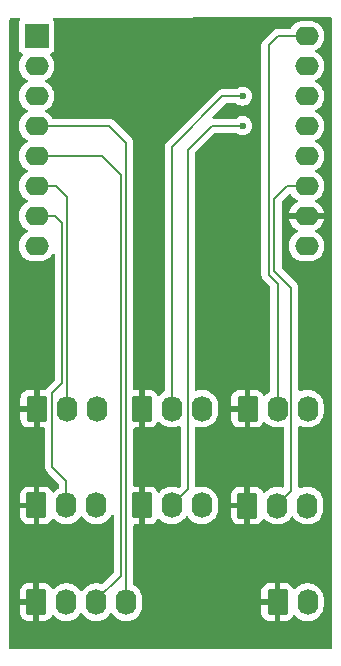
<source format=gtl>
G04 #@! TF.GenerationSoftware,KiCad,Pcbnew,8.0.4*
G04 #@! TF.CreationDate,2024-07-25T20:39:47+02:00*
G04 #@! TF.ProjectId,hmmctrl,686d6d63-7472-46c2-9e6b-696361645f70,rev?*
G04 #@! TF.SameCoordinates,Original*
G04 #@! TF.FileFunction,Copper,L1,Top*
G04 #@! TF.FilePolarity,Positive*
%FSLAX46Y46*%
G04 Gerber Fmt 4.6, Leading zero omitted, Abs format (unit mm)*
G04 Created by KiCad (PCBNEW 8.0.4) date 2024-07-25 20:39:47*
%MOMM*%
%LPD*%
G01*
G04 APERTURE LIST*
G04 Aperture macros list*
%AMRoundRect*
0 Rectangle with rounded corners*
0 $1 Rounding radius*
0 $2 $3 $4 $5 $6 $7 $8 $9 X,Y pos of 4 corners*
0 Add a 4 corners polygon primitive as box body*
4,1,4,$2,$3,$4,$5,$6,$7,$8,$9,$2,$3,0*
0 Add four circle primitives for the rounded corners*
1,1,$1+$1,$2,$3*
1,1,$1+$1,$4,$5*
1,1,$1+$1,$6,$7*
1,1,$1+$1,$8,$9*
0 Add four rect primitives between the rounded corners*
20,1,$1+$1,$2,$3,$4,$5,0*
20,1,$1+$1,$4,$5,$6,$7,0*
20,1,$1+$1,$6,$7,$8,$9,0*
20,1,$1+$1,$8,$9,$2,$3,0*%
G04 Aperture macros list end*
G04 #@! TA.AperFunction,ComponentPad*
%ADD10RoundRect,0.250000X-0.620000X-0.845000X0.620000X-0.845000X0.620000X0.845000X-0.620000X0.845000X0*%
G04 #@! TD*
G04 #@! TA.AperFunction,ComponentPad*
%ADD11O,1.740000X2.190000*%
G04 #@! TD*
G04 #@! TA.AperFunction,ComponentPad*
%ADD12R,2.000000X2.000000*%
G04 #@! TD*
G04 #@! TA.AperFunction,ComponentPad*
%ADD13O,2.000000X1.600000*%
G04 #@! TD*
G04 #@! TA.AperFunction,ViaPad*
%ADD14C,0.600000*%
G04 #@! TD*
G04 #@! TA.AperFunction,Conductor*
%ADD15C,0.200000*%
G04 #@! TD*
G04 APERTURE END LIST*
D10*
X90730000Y-86230000D03*
D11*
X93270000Y-86230000D03*
X95810000Y-86230000D03*
X98350000Y-86230000D03*
D10*
X90760000Y-69850000D03*
D11*
X93300000Y-69850000D03*
X95840000Y-69850000D03*
D10*
X99675000Y-78050000D03*
D11*
X102215000Y-78050000D03*
X104755000Y-78050000D03*
X95830000Y-78050000D03*
X93290000Y-78050000D03*
D10*
X90750000Y-78050000D03*
X108620000Y-69850000D03*
D11*
X111160000Y-69850000D03*
X113700000Y-69850000D03*
D10*
X99670000Y-69850000D03*
D11*
X102210000Y-69850000D03*
X104750000Y-69850000D03*
D10*
X111160000Y-86230000D03*
D11*
X113700000Y-86230000D03*
D10*
X108600000Y-78055000D03*
D11*
X111140000Y-78055000D03*
X113680000Y-78055000D03*
D12*
X90755000Y-38310000D03*
D13*
X90755000Y-40850000D03*
X90755000Y-43390000D03*
X90755000Y-45930000D03*
X90755000Y-48470000D03*
X90755000Y-51010000D03*
X90755000Y-53550000D03*
X90755000Y-56090000D03*
X113615000Y-56090000D03*
X113615000Y-53550000D03*
X113615000Y-51010000D03*
X113615000Y-48470000D03*
X113615000Y-45930000D03*
X113615000Y-43390000D03*
X113615000Y-40850000D03*
X113615000Y-38310000D03*
D14*
X108200000Y-43400000D03*
X108200000Y-45900000D03*
D15*
X102215000Y-78050000D02*
X103580000Y-76685000D01*
X103580000Y-76685000D02*
X103580000Y-47920000D01*
X103580000Y-47920000D02*
X105600000Y-45900000D01*
X105600000Y-45900000D02*
X108200000Y-45900000D01*
X102210000Y-69850000D02*
X102210000Y-47690000D01*
X102210000Y-47690000D02*
X106500000Y-43400000D01*
X106500000Y-43400000D02*
X108200000Y-43400000D01*
X90755000Y-53550000D02*
X92350000Y-53550000D01*
X92350000Y-53550000D02*
X92900000Y-54100000D01*
X92900000Y-54100000D02*
X92900000Y-67700000D01*
X92900000Y-67700000D02*
X92100000Y-68500000D01*
X92100000Y-74800000D02*
X93290000Y-75990000D01*
X92100000Y-68500000D02*
X92100000Y-74800000D01*
X93290000Y-75990000D02*
X93290000Y-78050000D01*
X111140000Y-78055000D02*
X112330000Y-76865000D01*
X112330000Y-76865000D02*
X112330000Y-59630000D01*
X112330000Y-59630000D02*
X110900000Y-58200000D01*
X110900000Y-58200000D02*
X110900000Y-52100000D01*
X110900000Y-52100000D02*
X111990000Y-51010000D01*
X111990000Y-51010000D02*
X113615000Y-51010000D01*
X111160000Y-69850000D02*
X111160000Y-59260000D01*
X110400000Y-58500000D02*
X110400000Y-39100000D01*
X111160000Y-59260000D02*
X110400000Y-58500000D01*
X110400000Y-39100000D02*
X111190000Y-38310000D01*
X111190000Y-38310000D02*
X113615000Y-38310000D01*
X93300000Y-51900000D02*
X92400000Y-51000000D01*
X93300000Y-69850000D02*
X93300000Y-51900000D01*
X92400000Y-51000000D02*
X92390000Y-51010000D01*
X92390000Y-51010000D02*
X90755000Y-51010000D01*
X95810000Y-86230000D02*
X95810000Y-86090000D01*
X95810000Y-86090000D02*
X97900000Y-84000000D01*
X97900000Y-84000000D02*
X97900000Y-50100000D01*
X97900000Y-50100000D02*
X96270000Y-48470000D01*
X96270000Y-48470000D02*
X90755000Y-48470000D01*
X90755000Y-45930000D02*
X96930000Y-45930000D01*
X96930000Y-45930000D02*
X98350000Y-47350000D01*
X98350000Y-47350000D02*
X98350000Y-86230000D01*
G04 #@! TA.AperFunction,Conductor*
G36*
X115692170Y-36721654D02*
G01*
X115738112Y-36774296D01*
X115749500Y-36826206D01*
X115749500Y-90075500D01*
X115729815Y-90142539D01*
X115677011Y-90188294D01*
X115625500Y-90199500D01*
X88574500Y-90199500D01*
X88507461Y-90179815D01*
X88461706Y-90127011D01*
X88450500Y-90075500D01*
X88450500Y-36921793D01*
X88470185Y-36854754D01*
X88522989Y-36808999D01*
X88574058Y-36797794D01*
X89266907Y-36795346D01*
X89334013Y-36814793D01*
X89379955Y-36867435D01*
X89390142Y-36936558D01*
X89366610Y-36993656D01*
X89311204Y-37067668D01*
X89311202Y-37067671D01*
X89260908Y-37202517D01*
X89254501Y-37262116D01*
X89254501Y-37262123D01*
X89254500Y-37262135D01*
X89254500Y-39357870D01*
X89254501Y-39357876D01*
X89260908Y-39417483D01*
X89311202Y-39552328D01*
X89311206Y-39552335D01*
X89397452Y-39667544D01*
X89397455Y-39667547D01*
X89512664Y-39753793D01*
X89512673Y-39753798D01*
X89549914Y-39767688D01*
X89605848Y-39809559D01*
X89630266Y-39875023D01*
X89615415Y-39943296D01*
X89594265Y-39971550D01*
X89563027Y-40002787D01*
X89442715Y-40168386D01*
X89349781Y-40350776D01*
X89286522Y-40545465D01*
X89254500Y-40747648D01*
X89254500Y-40952351D01*
X89286522Y-41154534D01*
X89349781Y-41349223D01*
X89442715Y-41531613D01*
X89563028Y-41697213D01*
X89707786Y-41841971D01*
X89862749Y-41954556D01*
X89873390Y-41962287D01*
X89964840Y-42008883D01*
X89966080Y-42009515D01*
X90016876Y-42057490D01*
X90033671Y-42125311D01*
X90011134Y-42191446D01*
X89966080Y-42230485D01*
X89873386Y-42277715D01*
X89707786Y-42398028D01*
X89563028Y-42542786D01*
X89442715Y-42708386D01*
X89349781Y-42890776D01*
X89286522Y-43085465D01*
X89254500Y-43287648D01*
X89254500Y-43492351D01*
X89286522Y-43694534D01*
X89349781Y-43889223D01*
X89442715Y-44071613D01*
X89563028Y-44237213D01*
X89707786Y-44381971D01*
X89862749Y-44494556D01*
X89873390Y-44502287D01*
X89964840Y-44548883D01*
X89966080Y-44549515D01*
X90016876Y-44597490D01*
X90033671Y-44665311D01*
X90011134Y-44731446D01*
X89966080Y-44770485D01*
X89873386Y-44817715D01*
X89707786Y-44938028D01*
X89563028Y-45082786D01*
X89442715Y-45248386D01*
X89349781Y-45430776D01*
X89286522Y-45625465D01*
X89254500Y-45827648D01*
X89254500Y-46032351D01*
X89286522Y-46234534D01*
X89349781Y-46429223D01*
X89442715Y-46611613D01*
X89563028Y-46777213D01*
X89707786Y-46921971D01*
X89862749Y-47034556D01*
X89873390Y-47042287D01*
X89964840Y-47088883D01*
X89966080Y-47089515D01*
X90016876Y-47137490D01*
X90033671Y-47205311D01*
X90011134Y-47271446D01*
X89966080Y-47310485D01*
X89873386Y-47357715D01*
X89707786Y-47478028D01*
X89563028Y-47622786D01*
X89442715Y-47788386D01*
X89349781Y-47970776D01*
X89286522Y-48165465D01*
X89254500Y-48367648D01*
X89254500Y-48572351D01*
X89286522Y-48774534D01*
X89349781Y-48969223D01*
X89442715Y-49151613D01*
X89563028Y-49317213D01*
X89707786Y-49461971D01*
X89862749Y-49574556D01*
X89873390Y-49582287D01*
X89964840Y-49628883D01*
X89966080Y-49629515D01*
X90016876Y-49677490D01*
X90033671Y-49745311D01*
X90011134Y-49811446D01*
X89966080Y-49850485D01*
X89873386Y-49897715D01*
X89707786Y-50018028D01*
X89563028Y-50162786D01*
X89442715Y-50328386D01*
X89349781Y-50510776D01*
X89286522Y-50705465D01*
X89254500Y-50907648D01*
X89254500Y-51112351D01*
X89286522Y-51314534D01*
X89349781Y-51509223D01*
X89401385Y-51610500D01*
X89437682Y-51681737D01*
X89442715Y-51691613D01*
X89563028Y-51857213D01*
X89707786Y-52001971D01*
X89859804Y-52112416D01*
X89873390Y-52122287D01*
X89964840Y-52168883D01*
X89966080Y-52169515D01*
X90016876Y-52217490D01*
X90033671Y-52285311D01*
X90011134Y-52351446D01*
X89966080Y-52390485D01*
X89873386Y-52437715D01*
X89707786Y-52558028D01*
X89563028Y-52702786D01*
X89442715Y-52868386D01*
X89349781Y-53050776D01*
X89286522Y-53245465D01*
X89254500Y-53447648D01*
X89254500Y-53652351D01*
X89286522Y-53854534D01*
X89349781Y-54049223D01*
X89442715Y-54231613D01*
X89563028Y-54397213D01*
X89707786Y-54541971D01*
X89862749Y-54654556D01*
X89873390Y-54662287D01*
X89964840Y-54708883D01*
X89966080Y-54709515D01*
X90016876Y-54757490D01*
X90033671Y-54825311D01*
X90011134Y-54891446D01*
X89966080Y-54930485D01*
X89873386Y-54977715D01*
X89707786Y-55098028D01*
X89563028Y-55242786D01*
X89442715Y-55408386D01*
X89349781Y-55590776D01*
X89286522Y-55785465D01*
X89254500Y-55987648D01*
X89254500Y-56192351D01*
X89286522Y-56394534D01*
X89349781Y-56589223D01*
X89410941Y-56709254D01*
X89440649Y-56767560D01*
X89442715Y-56771613D01*
X89563028Y-56937213D01*
X89707786Y-57081971D01*
X89862749Y-57194556D01*
X89873390Y-57202287D01*
X89989607Y-57261503D01*
X90055776Y-57295218D01*
X90055778Y-57295218D01*
X90055781Y-57295220D01*
X90160137Y-57329127D01*
X90250465Y-57358477D01*
X90351557Y-57374488D01*
X90452648Y-57390500D01*
X90452649Y-57390500D01*
X91057351Y-57390500D01*
X91057352Y-57390500D01*
X91259534Y-57358477D01*
X91454219Y-57295220D01*
X91636610Y-57202287D01*
X91729590Y-57134732D01*
X91802213Y-57081971D01*
X91802215Y-57081968D01*
X91802219Y-57081966D01*
X91946966Y-56937219D01*
X91946968Y-56937215D01*
X91946971Y-56937213D01*
X92067286Y-56771611D01*
X92069769Y-56767560D01*
X92121577Y-56720681D01*
X92190506Y-56709254D01*
X92254671Y-56736907D01*
X92293699Y-56794860D01*
X92299500Y-56832343D01*
X92299500Y-67399902D01*
X92279815Y-67466941D01*
X92263181Y-67487583D01*
X91619481Y-68131282D01*
X91619477Y-68131287D01*
X91591054Y-68180519D01*
X91591050Y-68180526D01*
X91581606Y-68196881D01*
X91531036Y-68245093D01*
X91462428Y-68258312D01*
X91461622Y-68258232D01*
X91429991Y-68255000D01*
X91010000Y-68255000D01*
X91010000Y-69307290D01*
X90989661Y-69295548D01*
X90838333Y-69255000D01*
X90681667Y-69255000D01*
X90530339Y-69295548D01*
X90510000Y-69307290D01*
X90510000Y-68255000D01*
X90090028Y-68255000D01*
X90090012Y-68255001D01*
X89987302Y-68265494D01*
X89820880Y-68320641D01*
X89820875Y-68320643D01*
X89671654Y-68412684D01*
X89547684Y-68536654D01*
X89455643Y-68685875D01*
X89455641Y-68685880D01*
X89400494Y-68852302D01*
X89400493Y-68852309D01*
X89390000Y-68955013D01*
X89390000Y-69600000D01*
X90217291Y-69600000D01*
X90205548Y-69620339D01*
X90165000Y-69771667D01*
X90165000Y-69928333D01*
X90205548Y-70079661D01*
X90217291Y-70100000D01*
X89390001Y-70100000D01*
X89390001Y-70744986D01*
X89400494Y-70847697D01*
X89455641Y-71014119D01*
X89455643Y-71014124D01*
X89547684Y-71163345D01*
X89671654Y-71287315D01*
X89820875Y-71379356D01*
X89820880Y-71379358D01*
X89987302Y-71434505D01*
X89987309Y-71434506D01*
X90090019Y-71444999D01*
X90509999Y-71444999D01*
X90510000Y-71444998D01*
X90510000Y-70392709D01*
X90530339Y-70404452D01*
X90681667Y-70445000D01*
X90838333Y-70445000D01*
X90989661Y-70404452D01*
X91010000Y-70392709D01*
X91010000Y-71444999D01*
X91375500Y-71444999D01*
X91442539Y-71464684D01*
X91488294Y-71517488D01*
X91499500Y-71568999D01*
X91499500Y-74713330D01*
X91499499Y-74713348D01*
X91499499Y-74879054D01*
X91499498Y-74879054D01*
X91540423Y-75031785D01*
X91569358Y-75081900D01*
X91569359Y-75081904D01*
X91569360Y-75081904D01*
X91619479Y-75168714D01*
X91619481Y-75168717D01*
X91738349Y-75287585D01*
X91738355Y-75287590D01*
X92653181Y-76202416D01*
X92686666Y-76263739D01*
X92689500Y-76290097D01*
X92689500Y-76516833D01*
X92669815Y-76583872D01*
X92621796Y-76627317D01*
X92571703Y-76652841D01*
X92397180Y-76779640D01*
X92254816Y-76922004D01*
X92193493Y-76955488D01*
X92123801Y-76950504D01*
X92067868Y-76908632D01*
X92054748Y-76886716D01*
X92054356Y-76885876D01*
X91962315Y-76736654D01*
X91838345Y-76612684D01*
X91689124Y-76520643D01*
X91689119Y-76520641D01*
X91522697Y-76465494D01*
X91522690Y-76465493D01*
X91419986Y-76455000D01*
X91000000Y-76455000D01*
X91000000Y-77507290D01*
X90979661Y-77495548D01*
X90828333Y-77455000D01*
X90671667Y-77455000D01*
X90520339Y-77495548D01*
X90500000Y-77507290D01*
X90500000Y-76455000D01*
X90080028Y-76455000D01*
X90080012Y-76455001D01*
X89977302Y-76465494D01*
X89810880Y-76520641D01*
X89810875Y-76520643D01*
X89661654Y-76612684D01*
X89537684Y-76736654D01*
X89445643Y-76885875D01*
X89445641Y-76885880D01*
X89390494Y-77052302D01*
X89390493Y-77052309D01*
X89380000Y-77155013D01*
X89380000Y-77800000D01*
X90207291Y-77800000D01*
X90195548Y-77820339D01*
X90155000Y-77971667D01*
X90155000Y-78128333D01*
X90195548Y-78279661D01*
X90207291Y-78300000D01*
X89380001Y-78300000D01*
X89380001Y-78944986D01*
X89390494Y-79047697D01*
X89445641Y-79214119D01*
X89445643Y-79214124D01*
X89537684Y-79363345D01*
X89661654Y-79487315D01*
X89810875Y-79579356D01*
X89810880Y-79579358D01*
X89977302Y-79634505D01*
X89977309Y-79634506D01*
X90080019Y-79644999D01*
X90499999Y-79644999D01*
X90500000Y-79644998D01*
X90500000Y-78592709D01*
X90520339Y-78604452D01*
X90671667Y-78645000D01*
X90828333Y-78645000D01*
X90979661Y-78604452D01*
X91000000Y-78592709D01*
X91000000Y-79644999D01*
X91419972Y-79644999D01*
X91419986Y-79644998D01*
X91522697Y-79634505D01*
X91689119Y-79579358D01*
X91689124Y-79579356D01*
X91838345Y-79487315D01*
X91962315Y-79363345D01*
X92054354Y-79214127D01*
X92054745Y-79213289D01*
X92055167Y-79212809D01*
X92058149Y-79207975D01*
X92058974Y-79208484D01*
X92100910Y-79160843D01*
X92168100Y-79141681D01*
X92234984Y-79161887D01*
X92254816Y-79177996D01*
X92397179Y-79320359D01*
X92571701Y-79447157D01*
X92763911Y-79545092D01*
X92969074Y-79611754D01*
X93048973Y-79624408D01*
X93182134Y-79645500D01*
X93182139Y-79645500D01*
X93397866Y-79645500D01*
X93516230Y-79626752D01*
X93610926Y-79611754D01*
X93816089Y-79545092D01*
X94008299Y-79447157D01*
X94182821Y-79320359D01*
X94335359Y-79167821D01*
X94459682Y-78996704D01*
X94515012Y-78954040D01*
X94584626Y-78948061D01*
X94646420Y-78980667D01*
X94660315Y-78996702D01*
X94784641Y-79167821D01*
X94937179Y-79320359D01*
X95111701Y-79447157D01*
X95303911Y-79545092D01*
X95509074Y-79611754D01*
X95588973Y-79624408D01*
X95722134Y-79645500D01*
X95722139Y-79645500D01*
X95937866Y-79645500D01*
X96056230Y-79626752D01*
X96150926Y-79611754D01*
X96356089Y-79545092D01*
X96548299Y-79447157D01*
X96722821Y-79320359D01*
X96875359Y-79167821D01*
X97002157Y-78993299D01*
X97025207Y-78948061D01*
X97065015Y-78869933D01*
X97112989Y-78819136D01*
X97180810Y-78802341D01*
X97246945Y-78824878D01*
X97290397Y-78879593D01*
X97299500Y-78926227D01*
X97299500Y-83699902D01*
X97279815Y-83766941D01*
X97263181Y-83787583D01*
X96374549Y-84676214D01*
X96313226Y-84709699D01*
X96248551Y-84706464D01*
X96130927Y-84668246D01*
X96130922Y-84668245D01*
X95917866Y-84634500D01*
X95917861Y-84634500D01*
X95702139Y-84634500D01*
X95702134Y-84634500D01*
X95489077Y-84668245D01*
X95283908Y-84734909D01*
X95091700Y-84832843D01*
X94992129Y-84905186D01*
X94917179Y-84959641D01*
X94917177Y-84959643D01*
X94917176Y-84959643D01*
X94764643Y-85112176D01*
X94764643Y-85112177D01*
X94764641Y-85112179D01*
X94747706Y-85135488D01*
X94640318Y-85283294D01*
X94584988Y-85325959D01*
X94515374Y-85331938D01*
X94453579Y-85299332D01*
X94439682Y-85283294D01*
X94402639Y-85232309D01*
X94315359Y-85112179D01*
X94162821Y-84959641D01*
X93988299Y-84832843D01*
X93796089Y-84734908D01*
X93590926Y-84668246D01*
X93590924Y-84668245D01*
X93590922Y-84668245D01*
X93377866Y-84634500D01*
X93377861Y-84634500D01*
X93162139Y-84634500D01*
X93162134Y-84634500D01*
X92949077Y-84668245D01*
X92743908Y-84734909D01*
X92551700Y-84832843D01*
X92377180Y-84959640D01*
X92234816Y-85102004D01*
X92173493Y-85135488D01*
X92103801Y-85130504D01*
X92047868Y-85088632D01*
X92034748Y-85066716D01*
X92034356Y-85065876D01*
X91942315Y-84916654D01*
X91818345Y-84792684D01*
X91669124Y-84700643D01*
X91669119Y-84700641D01*
X91502697Y-84645494D01*
X91502690Y-84645493D01*
X91399986Y-84635000D01*
X90980000Y-84635000D01*
X90980000Y-85687290D01*
X90959661Y-85675548D01*
X90808333Y-85635000D01*
X90651667Y-85635000D01*
X90500339Y-85675548D01*
X90480000Y-85687290D01*
X90480000Y-84635000D01*
X90060028Y-84635000D01*
X90060012Y-84635001D01*
X89957302Y-84645494D01*
X89790880Y-84700641D01*
X89790875Y-84700643D01*
X89641654Y-84792684D01*
X89517684Y-84916654D01*
X89425643Y-85065875D01*
X89425641Y-85065880D01*
X89370494Y-85232302D01*
X89370493Y-85232309D01*
X89360000Y-85335013D01*
X89360000Y-85980000D01*
X90187291Y-85980000D01*
X90175548Y-86000339D01*
X90135000Y-86151667D01*
X90135000Y-86308333D01*
X90175548Y-86459661D01*
X90187291Y-86480000D01*
X89360001Y-86480000D01*
X89360001Y-87124986D01*
X89370494Y-87227697D01*
X89425641Y-87394119D01*
X89425643Y-87394124D01*
X89517684Y-87543345D01*
X89641654Y-87667315D01*
X89790875Y-87759356D01*
X89790880Y-87759358D01*
X89957302Y-87814505D01*
X89957309Y-87814506D01*
X90060019Y-87824999D01*
X90479999Y-87824999D01*
X90480000Y-87824998D01*
X90480000Y-86772709D01*
X90500339Y-86784452D01*
X90651667Y-86825000D01*
X90808333Y-86825000D01*
X90959661Y-86784452D01*
X90980000Y-86772709D01*
X90980000Y-87824999D01*
X91399972Y-87824999D01*
X91399986Y-87824998D01*
X91502697Y-87814505D01*
X91669119Y-87759358D01*
X91669124Y-87759356D01*
X91818345Y-87667315D01*
X91942315Y-87543345D01*
X92034354Y-87394127D01*
X92034745Y-87393289D01*
X92035167Y-87392809D01*
X92038149Y-87387975D01*
X92038974Y-87388484D01*
X92080910Y-87340843D01*
X92148100Y-87321681D01*
X92214984Y-87341887D01*
X92234816Y-87357996D01*
X92377179Y-87500359D01*
X92551701Y-87627157D01*
X92743911Y-87725092D01*
X92949074Y-87791754D01*
X93028973Y-87804408D01*
X93162134Y-87825500D01*
X93162139Y-87825500D01*
X93377866Y-87825500D01*
X93496230Y-87806752D01*
X93590926Y-87791754D01*
X93796089Y-87725092D01*
X93988299Y-87627157D01*
X94162821Y-87500359D01*
X94315359Y-87347821D01*
X94439682Y-87176704D01*
X94495012Y-87134040D01*
X94564626Y-87128061D01*
X94626420Y-87160667D01*
X94640315Y-87176702D01*
X94764641Y-87347821D01*
X94917179Y-87500359D01*
X95091701Y-87627157D01*
X95283911Y-87725092D01*
X95489074Y-87791754D01*
X95568973Y-87804408D01*
X95702134Y-87825500D01*
X95702139Y-87825500D01*
X95917866Y-87825500D01*
X96036230Y-87806752D01*
X96130926Y-87791754D01*
X96336089Y-87725092D01*
X96528299Y-87627157D01*
X96702821Y-87500359D01*
X96855359Y-87347821D01*
X96979682Y-87176704D01*
X97035012Y-87134040D01*
X97104626Y-87128061D01*
X97166420Y-87160667D01*
X97180315Y-87176702D01*
X97304641Y-87347821D01*
X97457179Y-87500359D01*
X97631701Y-87627157D01*
X97823911Y-87725092D01*
X98029074Y-87791754D01*
X98108973Y-87804408D01*
X98242134Y-87825500D01*
X98242139Y-87825500D01*
X98457866Y-87825500D01*
X98576230Y-87806752D01*
X98670926Y-87791754D01*
X98876089Y-87725092D01*
X99068299Y-87627157D01*
X99242821Y-87500359D01*
X99395359Y-87347821D01*
X99522157Y-87173299D01*
X99620092Y-86981089D01*
X99686754Y-86775926D01*
X99701752Y-86681230D01*
X99720500Y-86562866D01*
X99720500Y-85897133D01*
X99686754Y-85684077D01*
X99686754Y-85684074D01*
X99620092Y-85478911D01*
X99546773Y-85335013D01*
X109790000Y-85335013D01*
X109790000Y-85980000D01*
X110617291Y-85980000D01*
X110605548Y-86000339D01*
X110565000Y-86151667D01*
X110565000Y-86308333D01*
X110605548Y-86459661D01*
X110617291Y-86480000D01*
X109790001Y-86480000D01*
X109790001Y-87124986D01*
X109800494Y-87227697D01*
X109855641Y-87394119D01*
X109855643Y-87394124D01*
X109947684Y-87543345D01*
X110071654Y-87667315D01*
X110220875Y-87759356D01*
X110220880Y-87759358D01*
X110387302Y-87814505D01*
X110387309Y-87814506D01*
X110490019Y-87824999D01*
X110909999Y-87824999D01*
X110910000Y-87824998D01*
X110910000Y-86772709D01*
X110930339Y-86784452D01*
X111081667Y-86825000D01*
X111238333Y-86825000D01*
X111389661Y-86784452D01*
X111410000Y-86772709D01*
X111410000Y-87824999D01*
X111829972Y-87824999D01*
X111829986Y-87824998D01*
X111932697Y-87814505D01*
X112099119Y-87759358D01*
X112099124Y-87759356D01*
X112248345Y-87667315D01*
X112372315Y-87543345D01*
X112464354Y-87394127D01*
X112464745Y-87393289D01*
X112465167Y-87392809D01*
X112468149Y-87387975D01*
X112468974Y-87388484D01*
X112510910Y-87340843D01*
X112578100Y-87321681D01*
X112644984Y-87341887D01*
X112664816Y-87357996D01*
X112807179Y-87500359D01*
X112981701Y-87627157D01*
X113173911Y-87725092D01*
X113379074Y-87791754D01*
X113458973Y-87804408D01*
X113592134Y-87825500D01*
X113592139Y-87825500D01*
X113807866Y-87825500D01*
X113926230Y-87806752D01*
X114020926Y-87791754D01*
X114226089Y-87725092D01*
X114418299Y-87627157D01*
X114592821Y-87500359D01*
X114745359Y-87347821D01*
X114872157Y-87173299D01*
X114970092Y-86981089D01*
X115036754Y-86775926D01*
X115051752Y-86681230D01*
X115070500Y-86562866D01*
X115070500Y-85897133D01*
X115036754Y-85684077D01*
X115036754Y-85684074D01*
X114970092Y-85478911D01*
X114872157Y-85286701D01*
X114745359Y-85112179D01*
X114592821Y-84959641D01*
X114418299Y-84832843D01*
X114226089Y-84734908D01*
X114020926Y-84668246D01*
X114020924Y-84668245D01*
X114020922Y-84668245D01*
X113807866Y-84634500D01*
X113807861Y-84634500D01*
X113592139Y-84634500D01*
X113592134Y-84634500D01*
X113379077Y-84668245D01*
X113173908Y-84734909D01*
X112981700Y-84832843D01*
X112807180Y-84959640D01*
X112664816Y-85102004D01*
X112603493Y-85135488D01*
X112533801Y-85130504D01*
X112477868Y-85088632D01*
X112464748Y-85066716D01*
X112464356Y-85065876D01*
X112372315Y-84916654D01*
X112248345Y-84792684D01*
X112099124Y-84700643D01*
X112099119Y-84700641D01*
X111932697Y-84645494D01*
X111932690Y-84645493D01*
X111829986Y-84635000D01*
X111410000Y-84635000D01*
X111410000Y-85687290D01*
X111389661Y-85675548D01*
X111238333Y-85635000D01*
X111081667Y-85635000D01*
X110930339Y-85675548D01*
X110910000Y-85687290D01*
X110910000Y-84635000D01*
X110490028Y-84635000D01*
X110490012Y-84635001D01*
X110387302Y-84645494D01*
X110220880Y-84700641D01*
X110220875Y-84700643D01*
X110071654Y-84792684D01*
X109947684Y-84916654D01*
X109855643Y-85065875D01*
X109855641Y-85065880D01*
X109800494Y-85232302D01*
X109800493Y-85232309D01*
X109790000Y-85335013D01*
X99546773Y-85335013D01*
X99522157Y-85286701D01*
X99395359Y-85112179D01*
X99242821Y-84959641D01*
X99068299Y-84832843D01*
X99068298Y-84832842D01*
X99068296Y-84832841D01*
X99018204Y-84807317D01*
X98967408Y-84759342D01*
X98950500Y-84696833D01*
X98950500Y-79768999D01*
X98970185Y-79701960D01*
X99022989Y-79656205D01*
X99074500Y-79644999D01*
X99424999Y-79644999D01*
X99425000Y-79644998D01*
X99425000Y-78592709D01*
X99445339Y-78604452D01*
X99596667Y-78645000D01*
X99753333Y-78645000D01*
X99904661Y-78604452D01*
X99925000Y-78592709D01*
X99925000Y-79644999D01*
X100344972Y-79644999D01*
X100344986Y-79644998D01*
X100447697Y-79634505D01*
X100614119Y-79579358D01*
X100614124Y-79579356D01*
X100763345Y-79487315D01*
X100887315Y-79363345D01*
X100979354Y-79214127D01*
X100979745Y-79213289D01*
X100980167Y-79212809D01*
X100983149Y-79207975D01*
X100983974Y-79208484D01*
X101025910Y-79160843D01*
X101093100Y-79141681D01*
X101159984Y-79161887D01*
X101179816Y-79177996D01*
X101322179Y-79320359D01*
X101496701Y-79447157D01*
X101688911Y-79545092D01*
X101894074Y-79611754D01*
X101973973Y-79624408D01*
X102107134Y-79645500D01*
X102107139Y-79645500D01*
X102322866Y-79645500D01*
X102441230Y-79626752D01*
X102535926Y-79611754D01*
X102741089Y-79545092D01*
X102933299Y-79447157D01*
X103107821Y-79320359D01*
X103260359Y-79167821D01*
X103384682Y-78996704D01*
X103440012Y-78954040D01*
X103509626Y-78948061D01*
X103571420Y-78980667D01*
X103585315Y-78996702D01*
X103709641Y-79167821D01*
X103862179Y-79320359D01*
X104036701Y-79447157D01*
X104228911Y-79545092D01*
X104434074Y-79611754D01*
X104513973Y-79624408D01*
X104647134Y-79645500D01*
X104647139Y-79645500D01*
X104862866Y-79645500D01*
X104981230Y-79626752D01*
X105075926Y-79611754D01*
X105281089Y-79545092D01*
X105473299Y-79447157D01*
X105647821Y-79320359D01*
X105800359Y-79167821D01*
X105927157Y-78993299D01*
X106025092Y-78801089D01*
X106091754Y-78595926D01*
X106106752Y-78501230D01*
X106125500Y-78382866D01*
X106125500Y-77717133D01*
X106092546Y-77509077D01*
X106091754Y-77504074D01*
X106025092Y-77298911D01*
X105954321Y-77160013D01*
X107230000Y-77160013D01*
X107230000Y-77805000D01*
X108057291Y-77805000D01*
X108045548Y-77825339D01*
X108005000Y-77976667D01*
X108005000Y-78133333D01*
X108045548Y-78284661D01*
X108057291Y-78305000D01*
X107230001Y-78305000D01*
X107230001Y-78949986D01*
X107240494Y-79052697D01*
X107295641Y-79219119D01*
X107295643Y-79219124D01*
X107387684Y-79368345D01*
X107511654Y-79492315D01*
X107660875Y-79584356D01*
X107660880Y-79584358D01*
X107827302Y-79639505D01*
X107827309Y-79639506D01*
X107930019Y-79649999D01*
X108349999Y-79649999D01*
X108350000Y-79649998D01*
X108350000Y-78597709D01*
X108370339Y-78609452D01*
X108521667Y-78650000D01*
X108678333Y-78650000D01*
X108829661Y-78609452D01*
X108850000Y-78597709D01*
X108850000Y-79649999D01*
X109269972Y-79649999D01*
X109269986Y-79649998D01*
X109372697Y-79639505D01*
X109539119Y-79584358D01*
X109539124Y-79584356D01*
X109688345Y-79492315D01*
X109812315Y-79368345D01*
X109904354Y-79219127D01*
X109904745Y-79218289D01*
X109905167Y-79217809D01*
X109908149Y-79212975D01*
X109908974Y-79213484D01*
X109950910Y-79165843D01*
X110018100Y-79146681D01*
X110084984Y-79166887D01*
X110104816Y-79182996D01*
X110247179Y-79325359D01*
X110421701Y-79452157D01*
X110613911Y-79550092D01*
X110819074Y-79616754D01*
X110898973Y-79629408D01*
X111032134Y-79650500D01*
X111032139Y-79650500D01*
X111247866Y-79650500D01*
X111366230Y-79631752D01*
X111460926Y-79616754D01*
X111666089Y-79550092D01*
X111858299Y-79452157D01*
X112032821Y-79325359D01*
X112185359Y-79172821D01*
X112309682Y-79001704D01*
X112365012Y-78959040D01*
X112434626Y-78953061D01*
X112496420Y-78985667D01*
X112510315Y-79001702D01*
X112634641Y-79172821D01*
X112787179Y-79325359D01*
X112961701Y-79452157D01*
X113153911Y-79550092D01*
X113359074Y-79616754D01*
X113438973Y-79629408D01*
X113572134Y-79650500D01*
X113572139Y-79650500D01*
X113787866Y-79650500D01*
X113906230Y-79631752D01*
X114000926Y-79616754D01*
X114206089Y-79550092D01*
X114398299Y-79452157D01*
X114572821Y-79325359D01*
X114725359Y-79172821D01*
X114852157Y-78998299D01*
X114950092Y-78806089D01*
X115016754Y-78600926D01*
X115031752Y-78506230D01*
X115050500Y-78387866D01*
X115050500Y-77722133D01*
X115027810Y-77578882D01*
X115016754Y-77509074D01*
X114950092Y-77303911D01*
X114852157Y-77111701D01*
X114725359Y-76937179D01*
X114572821Y-76784641D01*
X114398299Y-76657843D01*
X114206089Y-76559908D01*
X114000926Y-76493246D01*
X114000924Y-76493245D01*
X114000922Y-76493245D01*
X113787866Y-76459500D01*
X113787861Y-76459500D01*
X113572139Y-76459500D01*
X113572134Y-76459500D01*
X113359077Y-76493245D01*
X113359074Y-76493246D01*
X113238024Y-76532578D01*
X113153905Y-76559910D01*
X113110794Y-76581876D01*
X113042124Y-76594772D01*
X112977384Y-76568495D01*
X112937128Y-76511388D01*
X112930500Y-76471391D01*
X112930500Y-71423418D01*
X112950185Y-71356379D01*
X113002989Y-71310624D01*
X113072147Y-71300680D01*
X113110794Y-71312932D01*
X113173911Y-71345092D01*
X113379074Y-71411754D01*
X113452718Y-71423418D01*
X113592134Y-71445500D01*
X113592139Y-71445500D01*
X113807866Y-71445500D01*
X113938108Y-71424871D01*
X114020926Y-71411754D01*
X114226089Y-71345092D01*
X114418299Y-71247157D01*
X114592821Y-71120359D01*
X114745359Y-70967821D01*
X114872157Y-70793299D01*
X114970092Y-70601089D01*
X115036754Y-70395926D01*
X115051752Y-70301230D01*
X115070500Y-70182866D01*
X115070500Y-69517133D01*
X115036754Y-69304077D01*
X115036754Y-69304074D01*
X114970092Y-69098911D01*
X114872157Y-68906701D01*
X114745359Y-68732179D01*
X114592821Y-68579641D01*
X114418299Y-68452843D01*
X114226089Y-68354908D01*
X114020926Y-68288246D01*
X114020924Y-68288245D01*
X114020922Y-68288245D01*
X113807866Y-68254500D01*
X113807861Y-68254500D01*
X113592139Y-68254500D01*
X113592134Y-68254500D01*
X113379077Y-68288245D01*
X113173908Y-68354909D01*
X113110795Y-68387067D01*
X113042126Y-68399963D01*
X112977385Y-68373687D01*
X112937128Y-68316580D01*
X112930500Y-68276582D01*
X112930500Y-59550945D01*
X112930500Y-59550943D01*
X112889577Y-59398216D01*
X112889573Y-59398209D01*
X112810524Y-59261290D01*
X112810521Y-59261286D01*
X112810520Y-59261284D01*
X112698716Y-59149480D01*
X112698715Y-59149479D01*
X112694385Y-59145149D01*
X112694374Y-59145139D01*
X111536819Y-57987584D01*
X111503334Y-57926261D01*
X111500500Y-57899903D01*
X111500500Y-52400097D01*
X111520185Y-52333058D01*
X111536819Y-52312416D01*
X111847269Y-52001966D01*
X112138998Y-51710236D01*
X112200320Y-51676753D01*
X112270012Y-51681737D01*
X112325945Y-51723609D01*
X112326996Y-51725034D01*
X112423028Y-51857213D01*
X112567786Y-52001971D01*
X112719804Y-52112416D01*
X112733390Y-52122287D01*
X112805424Y-52158990D01*
X112826629Y-52169795D01*
X112877425Y-52217770D01*
X112894220Y-52285591D01*
X112871682Y-52351726D01*
X112826629Y-52390765D01*
X112733650Y-52438140D01*
X112568105Y-52558417D01*
X112568104Y-52558417D01*
X112423417Y-52703104D01*
X112423417Y-52703105D01*
X112303140Y-52868650D01*
X112210244Y-53050970D01*
X112147009Y-53245586D01*
X112138391Y-53300000D01*
X113181988Y-53300000D01*
X113149075Y-53357007D01*
X113115000Y-53484174D01*
X113115000Y-53615826D01*
X113149075Y-53742993D01*
X113181988Y-53800000D01*
X112138391Y-53800000D01*
X112147009Y-53854413D01*
X112210244Y-54049029D01*
X112303140Y-54231349D01*
X112423417Y-54396894D01*
X112423417Y-54396895D01*
X112568104Y-54541582D01*
X112733652Y-54661861D01*
X112826628Y-54709234D01*
X112877425Y-54757208D01*
X112894220Y-54825029D01*
X112871683Y-54891164D01*
X112826630Y-54930203D01*
X112733388Y-54977713D01*
X112567786Y-55098028D01*
X112423028Y-55242786D01*
X112302715Y-55408386D01*
X112209781Y-55590776D01*
X112146522Y-55785465D01*
X112114500Y-55987648D01*
X112114500Y-56192351D01*
X112146522Y-56394534D01*
X112209781Y-56589223D01*
X112270941Y-56709254D01*
X112300649Y-56767560D01*
X112302715Y-56771613D01*
X112423028Y-56937213D01*
X112567786Y-57081971D01*
X112722749Y-57194556D01*
X112733390Y-57202287D01*
X112849607Y-57261503D01*
X112915776Y-57295218D01*
X112915778Y-57295218D01*
X112915781Y-57295220D01*
X113020137Y-57329127D01*
X113110465Y-57358477D01*
X113211557Y-57374488D01*
X113312648Y-57390500D01*
X113312649Y-57390500D01*
X113917351Y-57390500D01*
X113917352Y-57390500D01*
X114119534Y-57358477D01*
X114314219Y-57295220D01*
X114496610Y-57202287D01*
X114589590Y-57134732D01*
X114662213Y-57081971D01*
X114662215Y-57081968D01*
X114662219Y-57081966D01*
X114806966Y-56937219D01*
X114806968Y-56937215D01*
X114806971Y-56937213D01*
X114883162Y-56832343D01*
X114927287Y-56771610D01*
X115020220Y-56589219D01*
X115083477Y-56394534D01*
X115115500Y-56192352D01*
X115115500Y-55987648D01*
X115083477Y-55785466D01*
X115020220Y-55590781D01*
X115020218Y-55590778D01*
X115020218Y-55590776D01*
X114986503Y-55524607D01*
X114927287Y-55408390D01*
X114883162Y-55347656D01*
X114806971Y-55242786D01*
X114662213Y-55098028D01*
X114496611Y-54977713D01*
X114403369Y-54930203D01*
X114352574Y-54882229D01*
X114335779Y-54814407D01*
X114358317Y-54748273D01*
X114403371Y-54709234D01*
X114496347Y-54661861D01*
X114661894Y-54541582D01*
X114661895Y-54541582D01*
X114806582Y-54396895D01*
X114806582Y-54396894D01*
X114926859Y-54231349D01*
X115019755Y-54049029D01*
X115082990Y-53854413D01*
X115091609Y-53800000D01*
X114048012Y-53800000D01*
X114080925Y-53742993D01*
X114115000Y-53615826D01*
X114115000Y-53484174D01*
X114080925Y-53357007D01*
X114048012Y-53300000D01*
X115091609Y-53300000D01*
X115082990Y-53245586D01*
X115019755Y-53050970D01*
X114926859Y-52868650D01*
X114806582Y-52703105D01*
X114806582Y-52703104D01*
X114661895Y-52558417D01*
X114496349Y-52438140D01*
X114403370Y-52390765D01*
X114352574Y-52342790D01*
X114335779Y-52274969D01*
X114358316Y-52208835D01*
X114403370Y-52169795D01*
X114403920Y-52169515D01*
X114496610Y-52122287D01*
X114517770Y-52106913D01*
X114662213Y-52001971D01*
X114662215Y-52001968D01*
X114662219Y-52001966D01*
X114806966Y-51857219D01*
X114806968Y-51857215D01*
X114806971Y-51857213D01*
X114903003Y-51725034D01*
X114927287Y-51691610D01*
X115020220Y-51509219D01*
X115083477Y-51314534D01*
X115115500Y-51112352D01*
X115115500Y-50907648D01*
X115083477Y-50705466D01*
X115020220Y-50510781D01*
X115020218Y-50510778D01*
X115020218Y-50510776D01*
X114984371Y-50440423D01*
X114927287Y-50328390D01*
X114915681Y-50312416D01*
X114806971Y-50162786D01*
X114662213Y-50018028D01*
X114496614Y-49897715D01*
X114490006Y-49894348D01*
X114403917Y-49850483D01*
X114353123Y-49802511D01*
X114336328Y-49734690D01*
X114358865Y-49668555D01*
X114403917Y-49629516D01*
X114496610Y-49582287D01*
X114517770Y-49566913D01*
X114662213Y-49461971D01*
X114662215Y-49461968D01*
X114662219Y-49461966D01*
X114806966Y-49317219D01*
X114806968Y-49317215D01*
X114806971Y-49317213D01*
X114859732Y-49244590D01*
X114927287Y-49151610D01*
X115020220Y-48969219D01*
X115083477Y-48774534D01*
X115115500Y-48572352D01*
X115115500Y-48367648D01*
X115083477Y-48165466D01*
X115079445Y-48153058D01*
X115026296Y-47989481D01*
X115020220Y-47970781D01*
X115020218Y-47970778D01*
X115020218Y-47970776D01*
X114986503Y-47904607D01*
X114927287Y-47788390D01*
X114894797Y-47743671D01*
X114806971Y-47622786D01*
X114662213Y-47478028D01*
X114496614Y-47357715D01*
X114490006Y-47354348D01*
X114403917Y-47310483D01*
X114353123Y-47262511D01*
X114336328Y-47194690D01*
X114358865Y-47128555D01*
X114403917Y-47089516D01*
X114496610Y-47042287D01*
X114580574Y-46981284D01*
X114662213Y-46921971D01*
X114662215Y-46921968D01*
X114662219Y-46921966D01*
X114806966Y-46777219D01*
X114806968Y-46777215D01*
X114806971Y-46777213D01*
X114916985Y-46625789D01*
X114927287Y-46611610D01*
X115020220Y-46429219D01*
X115083477Y-46234534D01*
X115115500Y-46032352D01*
X115115500Y-45827648D01*
X115083477Y-45625466D01*
X115020220Y-45430781D01*
X115020218Y-45430778D01*
X115020218Y-45430776D01*
X114986503Y-45364607D01*
X114927287Y-45248390D01*
X114911754Y-45227011D01*
X114806971Y-45082786D01*
X114662213Y-44938028D01*
X114496614Y-44817715D01*
X114490006Y-44814348D01*
X114403917Y-44770483D01*
X114353123Y-44722511D01*
X114336328Y-44654690D01*
X114358865Y-44588555D01*
X114403917Y-44549516D01*
X114496610Y-44502287D01*
X114517770Y-44486913D01*
X114662213Y-44381971D01*
X114662215Y-44381968D01*
X114662219Y-44381966D01*
X114806966Y-44237219D01*
X114806968Y-44237215D01*
X114806971Y-44237213D01*
X114887924Y-44125789D01*
X114927287Y-44071610D01*
X115020220Y-43889219D01*
X115083477Y-43694534D01*
X115115500Y-43492352D01*
X115115500Y-43287648D01*
X115083477Y-43085466D01*
X115020220Y-42890781D01*
X115020218Y-42890778D01*
X115020218Y-42890776D01*
X114960581Y-42773734D01*
X114927287Y-42708390D01*
X114902455Y-42674211D01*
X114806971Y-42542786D01*
X114662213Y-42398028D01*
X114496614Y-42277715D01*
X114490006Y-42274348D01*
X114403917Y-42230483D01*
X114353123Y-42182511D01*
X114336328Y-42114690D01*
X114358865Y-42048555D01*
X114403917Y-42009516D01*
X114496610Y-41962287D01*
X114517770Y-41946913D01*
X114662213Y-41841971D01*
X114662215Y-41841968D01*
X114662219Y-41841966D01*
X114806966Y-41697219D01*
X114806968Y-41697215D01*
X114806971Y-41697213D01*
X114859732Y-41624590D01*
X114927287Y-41531610D01*
X115020220Y-41349219D01*
X115083477Y-41154534D01*
X115115500Y-40952352D01*
X115115500Y-40747648D01*
X115083477Y-40545466D01*
X115020220Y-40350781D01*
X115020218Y-40350778D01*
X115020218Y-40350776D01*
X114986503Y-40284607D01*
X114927287Y-40168390D01*
X114919556Y-40157749D01*
X114806971Y-40002786D01*
X114662213Y-39858028D01*
X114496614Y-39737715D01*
X114490006Y-39734348D01*
X114403917Y-39690483D01*
X114353123Y-39642511D01*
X114336328Y-39574690D01*
X114358865Y-39508555D01*
X114403917Y-39469516D01*
X114496610Y-39422287D01*
X114527152Y-39400097D01*
X114662213Y-39301971D01*
X114662215Y-39301968D01*
X114662219Y-39301966D01*
X114806966Y-39157219D01*
X114806968Y-39157215D01*
X114806971Y-39157213D01*
X114859732Y-39084590D01*
X114927287Y-38991610D01*
X115020220Y-38809219D01*
X115083477Y-38614534D01*
X115115500Y-38412352D01*
X115115500Y-38207648D01*
X115083477Y-38005466D01*
X115020220Y-37810781D01*
X115020218Y-37810778D01*
X115020218Y-37810776D01*
X114986503Y-37744607D01*
X114927287Y-37628390D01*
X114919556Y-37617749D01*
X114806971Y-37462786D01*
X114662213Y-37318028D01*
X114496613Y-37197715D01*
X114496612Y-37197714D01*
X114496610Y-37197713D01*
X114439653Y-37168691D01*
X114314223Y-37104781D01*
X114119534Y-37041522D01*
X113944995Y-37013878D01*
X113917352Y-37009500D01*
X113312648Y-37009500D01*
X113288329Y-37013351D01*
X113110465Y-37041522D01*
X112915776Y-37104781D01*
X112733386Y-37197715D01*
X112567786Y-37318028D01*
X112423028Y-37462786D01*
X112302715Y-37628385D01*
X112295883Y-37641795D01*
X112247909Y-37692591D01*
X112185398Y-37709500D01*
X111276670Y-37709500D01*
X111276654Y-37709499D01*
X111269058Y-37709499D01*
X111110943Y-37709499D01*
X111034579Y-37729961D01*
X110958214Y-37750423D01*
X110958209Y-37750426D01*
X110821290Y-37829475D01*
X110821282Y-37829481D01*
X109919481Y-38731282D01*
X109919475Y-38731290D01*
X109874485Y-38809217D01*
X109874485Y-38809218D01*
X109840423Y-38868214D01*
X109840423Y-38868215D01*
X109799499Y-39020943D01*
X109799499Y-39020945D01*
X109799499Y-39189046D01*
X109799500Y-39189059D01*
X109799500Y-58413330D01*
X109799499Y-58413348D01*
X109799499Y-58579054D01*
X109799498Y-58579054D01*
X109799499Y-58579057D01*
X109840423Y-58731785D01*
X109840424Y-58731786D01*
X109856468Y-58759577D01*
X109856469Y-58759578D01*
X109919475Y-58868709D01*
X109919481Y-58868717D01*
X110038349Y-58987585D01*
X110038355Y-58987590D01*
X110523181Y-59472416D01*
X110556666Y-59533739D01*
X110559500Y-59560097D01*
X110559500Y-68316833D01*
X110539815Y-68383872D01*
X110491796Y-68427317D01*
X110441703Y-68452841D01*
X110267180Y-68579640D01*
X110124816Y-68722004D01*
X110063493Y-68755488D01*
X109993801Y-68750504D01*
X109937868Y-68708632D01*
X109924748Y-68686716D01*
X109924356Y-68685876D01*
X109832315Y-68536654D01*
X109708345Y-68412684D01*
X109559124Y-68320643D01*
X109559119Y-68320641D01*
X109392697Y-68265494D01*
X109392690Y-68265493D01*
X109289986Y-68255000D01*
X108870000Y-68255000D01*
X108870000Y-69307290D01*
X108849661Y-69295548D01*
X108698333Y-69255000D01*
X108541667Y-69255000D01*
X108390339Y-69295548D01*
X108370000Y-69307290D01*
X108370000Y-68255000D01*
X107950028Y-68255000D01*
X107950012Y-68255001D01*
X107847302Y-68265494D01*
X107680880Y-68320641D01*
X107680875Y-68320643D01*
X107531654Y-68412684D01*
X107407684Y-68536654D01*
X107315643Y-68685875D01*
X107315641Y-68685880D01*
X107260494Y-68852302D01*
X107260493Y-68852309D01*
X107250000Y-68955013D01*
X107250000Y-69600000D01*
X108077291Y-69600000D01*
X108065548Y-69620339D01*
X108025000Y-69771667D01*
X108025000Y-69928333D01*
X108065548Y-70079661D01*
X108077291Y-70100000D01*
X107250001Y-70100000D01*
X107250001Y-70744986D01*
X107260494Y-70847697D01*
X107315641Y-71014119D01*
X107315643Y-71014124D01*
X107407684Y-71163345D01*
X107531654Y-71287315D01*
X107680875Y-71379356D01*
X107680880Y-71379358D01*
X107847302Y-71434505D01*
X107847309Y-71434506D01*
X107950019Y-71444999D01*
X108369999Y-71444999D01*
X108370000Y-71444998D01*
X108370000Y-70392709D01*
X108390339Y-70404452D01*
X108541667Y-70445000D01*
X108698333Y-70445000D01*
X108849661Y-70404452D01*
X108870000Y-70392709D01*
X108870000Y-71444999D01*
X109289972Y-71444999D01*
X109289986Y-71444998D01*
X109392697Y-71434505D01*
X109559119Y-71379358D01*
X109559124Y-71379356D01*
X109708345Y-71287315D01*
X109832315Y-71163345D01*
X109924354Y-71014127D01*
X109924745Y-71013289D01*
X109925167Y-71012809D01*
X109928149Y-71007975D01*
X109928974Y-71008484D01*
X109970910Y-70960843D01*
X110038100Y-70941681D01*
X110104984Y-70961887D01*
X110124816Y-70977996D01*
X110267179Y-71120359D01*
X110441701Y-71247157D01*
X110633911Y-71345092D01*
X110839074Y-71411754D01*
X110912718Y-71423418D01*
X111052134Y-71445500D01*
X111052139Y-71445500D01*
X111267866Y-71445500D01*
X111364708Y-71430160D01*
X111480926Y-71411754D01*
X111567183Y-71383726D01*
X111637023Y-71381732D01*
X111696856Y-71417812D01*
X111727684Y-71480513D01*
X111729500Y-71501658D01*
X111729500Y-76409840D01*
X111709815Y-76476879D01*
X111657011Y-76522634D01*
X111587853Y-76532578D01*
X111567182Y-76527771D01*
X111551372Y-76522634D01*
X111460926Y-76493246D01*
X111460924Y-76493245D01*
X111460922Y-76493245D01*
X111247866Y-76459500D01*
X111247861Y-76459500D01*
X111032139Y-76459500D01*
X111032134Y-76459500D01*
X110819077Y-76493245D01*
X110613908Y-76559909D01*
X110421700Y-76657843D01*
X110247180Y-76784640D01*
X110104816Y-76927004D01*
X110043493Y-76960488D01*
X109973801Y-76955504D01*
X109917868Y-76913632D01*
X109904748Y-76891716D01*
X109904356Y-76890876D01*
X109812315Y-76741654D01*
X109688345Y-76617684D01*
X109539124Y-76525643D01*
X109539119Y-76525641D01*
X109372697Y-76470494D01*
X109372690Y-76470493D01*
X109269986Y-76460000D01*
X108850000Y-76460000D01*
X108850000Y-77512290D01*
X108829661Y-77500548D01*
X108678333Y-77460000D01*
X108521667Y-77460000D01*
X108370339Y-77500548D01*
X108350000Y-77512290D01*
X108350000Y-76460000D01*
X107930028Y-76460000D01*
X107930012Y-76460001D01*
X107827302Y-76470494D01*
X107660880Y-76525641D01*
X107660875Y-76525643D01*
X107511654Y-76617684D01*
X107387684Y-76741654D01*
X107295643Y-76890875D01*
X107295641Y-76890880D01*
X107240494Y-77057302D01*
X107240493Y-77057309D01*
X107230000Y-77160013D01*
X105954321Y-77160013D01*
X105927157Y-77106701D01*
X105800359Y-76932179D01*
X105647821Y-76779641D01*
X105473299Y-76652843D01*
X105281089Y-76554908D01*
X105075926Y-76488246D01*
X105075924Y-76488245D01*
X105075922Y-76488245D01*
X104862866Y-76454500D01*
X104862861Y-76454500D01*
X104647139Y-76454500D01*
X104647134Y-76454500D01*
X104434077Y-76488245D01*
X104434072Y-76488246D01*
X104342817Y-76517896D01*
X104272976Y-76519891D01*
X104213143Y-76483810D01*
X104182316Y-76421108D01*
X104180500Y-76399965D01*
X104180500Y-71501658D01*
X104200185Y-71434619D01*
X104252989Y-71388864D01*
X104322147Y-71378920D01*
X104342809Y-71383724D01*
X104429074Y-71411754D01*
X104535606Y-71428627D01*
X104642134Y-71445500D01*
X104642139Y-71445500D01*
X104857866Y-71445500D01*
X104988108Y-71424871D01*
X105070926Y-71411754D01*
X105276089Y-71345092D01*
X105468299Y-71247157D01*
X105642821Y-71120359D01*
X105795359Y-70967821D01*
X105922157Y-70793299D01*
X106020092Y-70601089D01*
X106086754Y-70395926D01*
X106101752Y-70301230D01*
X106120500Y-70182866D01*
X106120500Y-69517133D01*
X106086754Y-69304077D01*
X106086754Y-69304074D01*
X106020092Y-69098911D01*
X105922157Y-68906701D01*
X105795359Y-68732179D01*
X105642821Y-68579641D01*
X105468299Y-68452843D01*
X105276089Y-68354908D01*
X105070926Y-68288246D01*
X105070924Y-68288245D01*
X105070922Y-68288245D01*
X104857866Y-68254500D01*
X104857861Y-68254500D01*
X104642139Y-68254500D01*
X104642134Y-68254500D01*
X104429077Y-68288245D01*
X104429072Y-68288246D01*
X104342817Y-68316272D01*
X104272976Y-68318267D01*
X104213144Y-68282186D01*
X104182316Y-68219485D01*
X104180500Y-68198341D01*
X104180500Y-48220097D01*
X104200185Y-48153058D01*
X104216819Y-48132416D01*
X105812416Y-46536819D01*
X105873739Y-46503334D01*
X105900097Y-46500500D01*
X107617588Y-46500500D01*
X107684627Y-46520185D01*
X107694903Y-46527555D01*
X107697736Y-46529814D01*
X107697738Y-46529816D01*
X107756628Y-46566819D01*
X107827918Y-46611614D01*
X107850478Y-46625789D01*
X108020745Y-46685368D01*
X108020750Y-46685369D01*
X108199996Y-46705565D01*
X108200000Y-46705565D01*
X108200004Y-46705565D01*
X108379249Y-46685369D01*
X108379252Y-46685368D01*
X108379255Y-46685368D01*
X108549522Y-46625789D01*
X108702262Y-46529816D01*
X108829816Y-46402262D01*
X108925789Y-46249522D01*
X108985368Y-46079255D01*
X109005565Y-45900000D01*
X108985368Y-45720745D01*
X108925789Y-45550478D01*
X108829816Y-45397738D01*
X108702262Y-45270184D01*
X108633553Y-45227011D01*
X108549523Y-45174211D01*
X108379254Y-45114631D01*
X108379249Y-45114630D01*
X108200004Y-45094435D01*
X108199996Y-45094435D01*
X108020750Y-45114630D01*
X108020745Y-45114631D01*
X107850476Y-45174211D01*
X107697736Y-45270185D01*
X107694903Y-45272445D01*
X107692724Y-45273334D01*
X107691842Y-45273889D01*
X107691744Y-45273734D01*
X107630217Y-45298855D01*
X107617588Y-45299500D01*
X105749096Y-45299500D01*
X105682057Y-45279815D01*
X105636302Y-45227011D01*
X105626358Y-45157853D01*
X105655383Y-45094297D01*
X105661415Y-45087819D01*
X106087712Y-44661523D01*
X106712416Y-44036819D01*
X106773739Y-44003334D01*
X106800097Y-44000500D01*
X107617588Y-44000500D01*
X107684627Y-44020185D01*
X107694903Y-44027555D01*
X107697736Y-44029814D01*
X107697738Y-44029816D01*
X107850478Y-44125789D01*
X108020745Y-44185368D01*
X108020750Y-44185369D01*
X108199996Y-44205565D01*
X108200000Y-44205565D01*
X108200004Y-44205565D01*
X108379249Y-44185369D01*
X108379252Y-44185368D01*
X108379255Y-44185368D01*
X108549522Y-44125789D01*
X108702262Y-44029816D01*
X108829816Y-43902262D01*
X108925789Y-43749522D01*
X108985368Y-43579255D01*
X109005565Y-43400000D01*
X108992906Y-43287648D01*
X108985369Y-43220750D01*
X108985368Y-43220745D01*
X108925788Y-43050476D01*
X108829815Y-42897737D01*
X108702262Y-42770184D01*
X108549523Y-42674211D01*
X108379254Y-42614631D01*
X108379249Y-42614630D01*
X108200004Y-42594435D01*
X108199996Y-42594435D01*
X108020750Y-42614630D01*
X108020745Y-42614631D01*
X107850476Y-42674211D01*
X107697736Y-42770185D01*
X107694903Y-42772445D01*
X107692724Y-42773334D01*
X107691842Y-42773889D01*
X107691744Y-42773734D01*
X107630217Y-42798855D01*
X107617588Y-42799500D01*
X106579057Y-42799500D01*
X106420943Y-42799500D01*
X106268215Y-42840423D01*
X106268214Y-42840423D01*
X106268212Y-42840424D01*
X106268209Y-42840425D01*
X106233066Y-42860716D01*
X106233064Y-42860717D01*
X106131290Y-42919475D01*
X106131282Y-42919481D01*
X101729481Y-47321282D01*
X101729479Y-47321285D01*
X101679361Y-47408094D01*
X101679359Y-47408096D01*
X101650425Y-47458209D01*
X101650424Y-47458210D01*
X101650423Y-47458215D01*
X101609499Y-47610943D01*
X101609499Y-47610945D01*
X101609499Y-47779046D01*
X101609500Y-47779059D01*
X101609500Y-68316833D01*
X101589815Y-68383872D01*
X101541796Y-68427317D01*
X101491703Y-68452841D01*
X101317180Y-68579640D01*
X101174816Y-68722004D01*
X101113493Y-68755488D01*
X101043801Y-68750504D01*
X100987868Y-68708632D01*
X100974748Y-68686716D01*
X100974356Y-68685876D01*
X100882315Y-68536654D01*
X100758345Y-68412684D01*
X100609124Y-68320643D01*
X100609119Y-68320641D01*
X100442697Y-68265494D01*
X100442690Y-68265493D01*
X100339986Y-68255000D01*
X99920000Y-68255000D01*
X99920000Y-69307290D01*
X99899661Y-69295548D01*
X99748333Y-69255000D01*
X99591667Y-69255000D01*
X99440339Y-69295548D01*
X99420000Y-69307290D01*
X99420000Y-68255000D01*
X99074500Y-68255000D01*
X99007461Y-68235315D01*
X98961706Y-68182511D01*
X98950500Y-68131000D01*
X98950500Y-47270943D01*
X98950499Y-47270939D01*
X98939664Y-47230501D01*
X98939664Y-47230500D01*
X98909577Y-47118215D01*
X98880639Y-47068095D01*
X98830520Y-46981284D01*
X98718716Y-46869480D01*
X98718715Y-46869479D01*
X98714385Y-46865149D01*
X98714374Y-46865139D01*
X97417590Y-45568355D01*
X97417588Y-45568352D01*
X97298717Y-45449481D01*
X97298709Y-45449475D01*
X97209095Y-45397737D01*
X97209094Y-45397737D01*
X97189099Y-45386193D01*
X97161785Y-45370423D01*
X97009057Y-45329499D01*
X96850943Y-45329499D01*
X96843347Y-45329499D01*
X96843331Y-45329500D01*
X92184602Y-45329500D01*
X92117563Y-45309815D01*
X92074117Y-45261795D01*
X92067284Y-45248385D01*
X91946971Y-45082786D01*
X91802213Y-44938028D01*
X91636614Y-44817715D01*
X91630006Y-44814348D01*
X91543917Y-44770483D01*
X91493123Y-44722511D01*
X91476328Y-44654690D01*
X91498865Y-44588555D01*
X91543917Y-44549516D01*
X91636610Y-44502287D01*
X91657770Y-44486913D01*
X91802213Y-44381971D01*
X91802215Y-44381968D01*
X91802219Y-44381966D01*
X91946966Y-44237219D01*
X91946968Y-44237215D01*
X91946971Y-44237213D01*
X92027924Y-44125789D01*
X92067287Y-44071610D01*
X92160220Y-43889219D01*
X92223477Y-43694534D01*
X92255500Y-43492352D01*
X92255500Y-43287648D01*
X92223477Y-43085466D01*
X92160220Y-42890781D01*
X92160218Y-42890778D01*
X92160218Y-42890776D01*
X92100581Y-42773734D01*
X92067287Y-42708390D01*
X92042455Y-42674211D01*
X91946971Y-42542786D01*
X91802213Y-42398028D01*
X91636614Y-42277715D01*
X91630006Y-42274348D01*
X91543917Y-42230483D01*
X91493123Y-42182511D01*
X91476328Y-42114690D01*
X91498865Y-42048555D01*
X91543917Y-42009516D01*
X91636610Y-41962287D01*
X91657770Y-41946913D01*
X91802213Y-41841971D01*
X91802215Y-41841968D01*
X91802219Y-41841966D01*
X91946966Y-41697219D01*
X91946968Y-41697215D01*
X91946971Y-41697213D01*
X91999732Y-41624590D01*
X92067287Y-41531610D01*
X92160220Y-41349219D01*
X92223477Y-41154534D01*
X92255500Y-40952352D01*
X92255500Y-40747648D01*
X92223477Y-40545466D01*
X92160220Y-40350781D01*
X92160218Y-40350778D01*
X92160218Y-40350776D01*
X92126503Y-40284607D01*
X92067287Y-40168390D01*
X92059556Y-40157749D01*
X91946971Y-40002786D01*
X91915736Y-39971551D01*
X91882251Y-39910228D01*
X91887235Y-39840536D01*
X91929107Y-39784603D01*
X91960080Y-39767689D01*
X91997331Y-39753796D01*
X92112546Y-39667546D01*
X92198796Y-39552331D01*
X92249091Y-39417483D01*
X92255500Y-39357873D01*
X92255499Y-37262128D01*
X92249091Y-37202517D01*
X92247299Y-37197713D01*
X92198797Y-37067671D01*
X92198795Y-37067668D01*
X92179222Y-37041522D01*
X92135539Y-36983168D01*
X92111122Y-36917707D01*
X92125973Y-36849434D01*
X92175378Y-36800028D01*
X92234364Y-36784860D01*
X115625066Y-36702208D01*
X115692170Y-36721654D01*
G37*
G04 #@! TD.AperFunction*
G04 #@! TA.AperFunction,Conductor*
G36*
X99920000Y-71444999D02*
G01*
X100339972Y-71444999D01*
X100339986Y-71444998D01*
X100442697Y-71434505D01*
X100609119Y-71379358D01*
X100609124Y-71379356D01*
X100758345Y-71287315D01*
X100882315Y-71163345D01*
X100974354Y-71014127D01*
X100974745Y-71013289D01*
X100975167Y-71012809D01*
X100978149Y-71007975D01*
X100978974Y-71008484D01*
X101020910Y-70960843D01*
X101088100Y-70941681D01*
X101154984Y-70961887D01*
X101174816Y-70977996D01*
X101317179Y-71120359D01*
X101491701Y-71247157D01*
X101683911Y-71345092D01*
X101889074Y-71411754D01*
X101962718Y-71423418D01*
X102102134Y-71445500D01*
X102102139Y-71445500D01*
X102317866Y-71445500D01*
X102448108Y-71424871D01*
X102530926Y-71411754D01*
X102736089Y-71345092D01*
X102799205Y-71312932D01*
X102867874Y-71300037D01*
X102932615Y-71326313D01*
X102972872Y-71383420D01*
X102979500Y-71423418D01*
X102979500Y-76384902D01*
X102959815Y-76451941D01*
X102943180Y-76472584D01*
X102884133Y-76531630D01*
X102822810Y-76565114D01*
X102753118Y-76560129D01*
X102743662Y-76555973D01*
X102741096Y-76554910D01*
X102635627Y-76520641D01*
X102535926Y-76488246D01*
X102535924Y-76488245D01*
X102535922Y-76488245D01*
X102322866Y-76454500D01*
X102322861Y-76454500D01*
X102107139Y-76454500D01*
X102107134Y-76454500D01*
X101894077Y-76488245D01*
X101688908Y-76554909D01*
X101496700Y-76652843D01*
X101322180Y-76779640D01*
X101179816Y-76922004D01*
X101118493Y-76955488D01*
X101048801Y-76950504D01*
X100992868Y-76908632D01*
X100979748Y-76886716D01*
X100979356Y-76885876D01*
X100887315Y-76736654D01*
X100763345Y-76612684D01*
X100614124Y-76520643D01*
X100614119Y-76520641D01*
X100447697Y-76465494D01*
X100447690Y-76465493D01*
X100344986Y-76455000D01*
X99925000Y-76455000D01*
X99925000Y-77507290D01*
X99904661Y-77495548D01*
X99753333Y-77455000D01*
X99596667Y-77455000D01*
X99445339Y-77495548D01*
X99425000Y-77507290D01*
X99425000Y-76455000D01*
X99074500Y-76455000D01*
X99007461Y-76435315D01*
X98961706Y-76382511D01*
X98950500Y-76331000D01*
X98950500Y-71568999D01*
X98970185Y-71501960D01*
X99022989Y-71456205D01*
X99074500Y-71444999D01*
X99419999Y-71444999D01*
X99420000Y-71444998D01*
X99420000Y-70392709D01*
X99440339Y-70404452D01*
X99591667Y-70445000D01*
X99748333Y-70445000D01*
X99899661Y-70404452D01*
X99920000Y-70392709D01*
X99920000Y-71444999D01*
G37*
G04 #@! TD.AperFunction*
M02*

</source>
